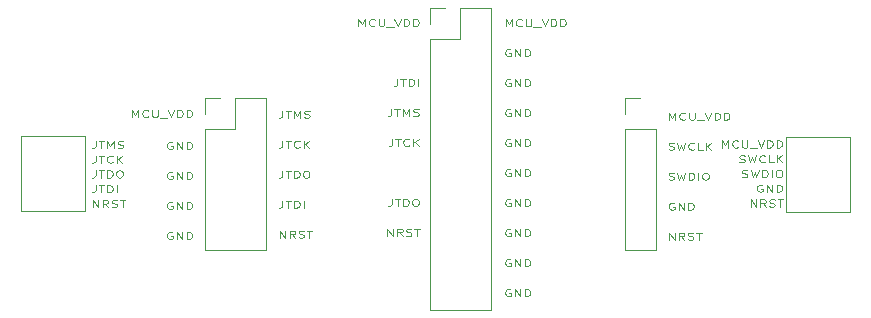
<source format=gto>
G04 Layer: TopSilkscreenLayer*
G04 EasyEDA Pro v2.2.27.1, 2024-09-15 10:59:50*
G04 Gerber Generator version 0.3*
G04 Scale: 100 percent, Rotated: No, Reflected: No*
G04 Dimensions in millimeters*
G04 Leading zeros omitted, absolute positions, 3 integers and 5 decimals*
%TF.GenerationSoftware,KiCad,Pcbnew,9.0.0*%
%TF.CreationDate,2025-03-31T22:32:49+08:00*%
%TF.ProjectId,stlink_ex,73746c69-6e6b-45f6-9578-2e6b69636164,rev?*%
%TF.SameCoordinates,Original*%
%TF.FileFunction,Legend,Top*%
%TF.FilePolarity,Positive*%
%FSLAX46Y46*%
G04 Gerber Fmt 4.6, Leading zero omitted, Abs format (unit mm)*
G04 Created by KiCad (PCBNEW 9.0.0) date 2025-03-31 22:32:49*
%MOMM*%
%LPD*%
G01*
G04 APERTURE LIST*
%ADD10C,0.100000*%
%ADD11C,0.120000*%
G04 APERTURE END LIST*
D10*
X112765312Y-112879942D02*
X112689122Y-112851371D01*
X112689122Y-112851371D02*
X112574836Y-112851371D01*
X112574836Y-112851371D02*
X112460550Y-112879942D01*
X112460550Y-112879942D02*
X112384360Y-112937085D01*
X112384360Y-112937085D02*
X112346265Y-112994228D01*
X112346265Y-112994228D02*
X112308169Y-113108514D01*
X112308169Y-113108514D02*
X112308169Y-113194228D01*
X112308169Y-113194228D02*
X112346265Y-113308514D01*
X112346265Y-113308514D02*
X112384360Y-113365657D01*
X112384360Y-113365657D02*
X112460550Y-113422800D01*
X112460550Y-113422800D02*
X112574836Y-113451371D01*
X112574836Y-113451371D02*
X112651027Y-113451371D01*
X112651027Y-113451371D02*
X112765312Y-113422800D01*
X112765312Y-113422800D02*
X112803408Y-113394228D01*
X112803408Y-113394228D02*
X112803408Y-113194228D01*
X112803408Y-113194228D02*
X112651027Y-113194228D01*
X113146265Y-113451371D02*
X113146265Y-112851371D01*
X113146265Y-112851371D02*
X113603408Y-113451371D01*
X113603408Y-113451371D02*
X113603408Y-112851371D01*
X113984360Y-113451371D02*
X113984360Y-112851371D01*
X113984360Y-112851371D02*
X114174836Y-112851371D01*
X114174836Y-112851371D02*
X114289122Y-112879942D01*
X114289122Y-112879942D02*
X114365312Y-112937085D01*
X114365312Y-112937085D02*
X114403407Y-112994228D01*
X114403407Y-112994228D02*
X114441503Y-113108514D01*
X114441503Y-113108514D02*
X114441503Y-113194228D01*
X114441503Y-113194228D02*
X114403407Y-113308514D01*
X114403407Y-113308514D02*
X114365312Y-113365657D01*
X114365312Y-113365657D02*
X114289122Y-113422800D01*
X114289122Y-113422800D02*
X114174836Y-113451371D01*
X114174836Y-113451371D02*
X113984360Y-113451371D01*
X154788169Y-116032800D02*
X154902455Y-116061371D01*
X154902455Y-116061371D02*
X155092931Y-116061371D01*
X155092931Y-116061371D02*
X155169122Y-116032800D01*
X155169122Y-116032800D02*
X155207217Y-116004228D01*
X155207217Y-116004228D02*
X155245312Y-115947085D01*
X155245312Y-115947085D02*
X155245312Y-115889942D01*
X155245312Y-115889942D02*
X155207217Y-115832800D01*
X155207217Y-115832800D02*
X155169122Y-115804228D01*
X155169122Y-115804228D02*
X155092931Y-115775657D01*
X155092931Y-115775657D02*
X154940550Y-115747085D01*
X154940550Y-115747085D02*
X154864360Y-115718514D01*
X154864360Y-115718514D02*
X154826265Y-115689942D01*
X154826265Y-115689942D02*
X154788169Y-115632800D01*
X154788169Y-115632800D02*
X154788169Y-115575657D01*
X154788169Y-115575657D02*
X154826265Y-115518514D01*
X154826265Y-115518514D02*
X154864360Y-115489942D01*
X154864360Y-115489942D02*
X154940550Y-115461371D01*
X154940550Y-115461371D02*
X155131027Y-115461371D01*
X155131027Y-115461371D02*
X155245312Y-115489942D01*
X155511979Y-115461371D02*
X155702455Y-116061371D01*
X155702455Y-116061371D02*
X155854836Y-115632800D01*
X155854836Y-115632800D02*
X156007217Y-116061371D01*
X156007217Y-116061371D02*
X156197694Y-115461371D01*
X156502456Y-116061371D02*
X156502456Y-115461371D01*
X156502456Y-115461371D02*
X156692932Y-115461371D01*
X156692932Y-115461371D02*
X156807218Y-115489942D01*
X156807218Y-115489942D02*
X156883408Y-115547085D01*
X156883408Y-115547085D02*
X156921503Y-115604228D01*
X156921503Y-115604228D02*
X156959599Y-115718514D01*
X156959599Y-115718514D02*
X156959599Y-115804228D01*
X156959599Y-115804228D02*
X156921503Y-115918514D01*
X156921503Y-115918514D02*
X156883408Y-115975657D01*
X156883408Y-115975657D02*
X156807218Y-116032800D01*
X156807218Y-116032800D02*
X156692932Y-116061371D01*
X156692932Y-116061371D02*
X156502456Y-116061371D01*
X157302456Y-116061371D02*
X157302456Y-115461371D01*
X157835789Y-115461371D02*
X157988170Y-115461371D01*
X157988170Y-115461371D02*
X158064360Y-115489942D01*
X158064360Y-115489942D02*
X158140551Y-115547085D01*
X158140551Y-115547085D02*
X158178646Y-115661371D01*
X158178646Y-115661371D02*
X158178646Y-115861371D01*
X158178646Y-115861371D02*
X158140551Y-115975657D01*
X158140551Y-115975657D02*
X158064360Y-116032800D01*
X158064360Y-116032800D02*
X157988170Y-116061371D01*
X157988170Y-116061371D02*
X157835789Y-116061371D01*
X157835789Y-116061371D02*
X157759598Y-116032800D01*
X157759598Y-116032800D02*
X157683408Y-115975657D01*
X157683408Y-115975657D02*
X157645312Y-115861371D01*
X157645312Y-115861371D02*
X157645312Y-115661371D01*
X157645312Y-115661371D02*
X157683408Y-115547085D01*
X157683408Y-115547085D02*
X157759598Y-115489942D01*
X157759598Y-115489942D02*
X157835789Y-115461371D01*
X154826265Y-121141371D02*
X154826265Y-120541371D01*
X154826265Y-120541371D02*
X155283408Y-121141371D01*
X155283408Y-121141371D02*
X155283408Y-120541371D01*
X156121503Y-121141371D02*
X155854836Y-120855657D01*
X155664360Y-121141371D02*
X155664360Y-120541371D01*
X155664360Y-120541371D02*
X155969122Y-120541371D01*
X155969122Y-120541371D02*
X156045312Y-120569942D01*
X156045312Y-120569942D02*
X156083407Y-120598514D01*
X156083407Y-120598514D02*
X156121503Y-120655657D01*
X156121503Y-120655657D02*
X156121503Y-120741371D01*
X156121503Y-120741371D02*
X156083407Y-120798514D01*
X156083407Y-120798514D02*
X156045312Y-120827085D01*
X156045312Y-120827085D02*
X155969122Y-120855657D01*
X155969122Y-120855657D02*
X155664360Y-120855657D01*
X156426264Y-121112800D02*
X156540550Y-121141371D01*
X156540550Y-121141371D02*
X156731026Y-121141371D01*
X156731026Y-121141371D02*
X156807217Y-121112800D01*
X156807217Y-121112800D02*
X156845312Y-121084228D01*
X156845312Y-121084228D02*
X156883407Y-121027085D01*
X156883407Y-121027085D02*
X156883407Y-120969942D01*
X156883407Y-120969942D02*
X156845312Y-120912800D01*
X156845312Y-120912800D02*
X156807217Y-120884228D01*
X156807217Y-120884228D02*
X156731026Y-120855657D01*
X156731026Y-120855657D02*
X156578645Y-120827085D01*
X156578645Y-120827085D02*
X156502455Y-120798514D01*
X156502455Y-120798514D02*
X156464360Y-120769942D01*
X156464360Y-120769942D02*
X156426264Y-120712800D01*
X156426264Y-120712800D02*
X156426264Y-120655657D01*
X156426264Y-120655657D02*
X156464360Y-120598514D01*
X156464360Y-120598514D02*
X156502455Y-120569942D01*
X156502455Y-120569942D02*
X156578645Y-120541371D01*
X156578645Y-120541371D02*
X156769122Y-120541371D01*
X156769122Y-120541371D02*
X156883407Y-120569942D01*
X157111979Y-120541371D02*
X157569122Y-120541371D01*
X157340550Y-121141371D02*
X157340550Y-120541371D01*
X155245312Y-118029942D02*
X155169122Y-118001371D01*
X155169122Y-118001371D02*
X155054836Y-118001371D01*
X155054836Y-118001371D02*
X154940550Y-118029942D01*
X154940550Y-118029942D02*
X154864360Y-118087085D01*
X154864360Y-118087085D02*
X154826265Y-118144228D01*
X154826265Y-118144228D02*
X154788169Y-118258514D01*
X154788169Y-118258514D02*
X154788169Y-118344228D01*
X154788169Y-118344228D02*
X154826265Y-118458514D01*
X154826265Y-118458514D02*
X154864360Y-118515657D01*
X154864360Y-118515657D02*
X154940550Y-118572800D01*
X154940550Y-118572800D02*
X155054836Y-118601371D01*
X155054836Y-118601371D02*
X155131027Y-118601371D01*
X155131027Y-118601371D02*
X155245312Y-118572800D01*
X155245312Y-118572800D02*
X155283408Y-118544228D01*
X155283408Y-118544228D02*
X155283408Y-118344228D01*
X155283408Y-118344228D02*
X155131027Y-118344228D01*
X155626265Y-118601371D02*
X155626265Y-118001371D01*
X155626265Y-118001371D02*
X156083408Y-118601371D01*
X156083408Y-118601371D02*
X156083408Y-118001371D01*
X156464360Y-118601371D02*
X156464360Y-118001371D01*
X156464360Y-118001371D02*
X156654836Y-118001371D01*
X156654836Y-118001371D02*
X156769122Y-118029942D01*
X156769122Y-118029942D02*
X156845312Y-118087085D01*
X156845312Y-118087085D02*
X156883407Y-118144228D01*
X156883407Y-118144228D02*
X156921503Y-118258514D01*
X156921503Y-118258514D02*
X156921503Y-118344228D01*
X156921503Y-118344228D02*
X156883407Y-118458514D01*
X156883407Y-118458514D02*
X156845312Y-118515657D01*
X156845312Y-118515657D02*
X156769122Y-118572800D01*
X156769122Y-118572800D02*
X156654836Y-118601371D01*
X156654836Y-118601371D02*
X156464360Y-118601371D01*
X154826265Y-110981371D02*
X154826265Y-110381371D01*
X154826265Y-110381371D02*
X155092931Y-110809942D01*
X155092931Y-110809942D02*
X155359598Y-110381371D01*
X155359598Y-110381371D02*
X155359598Y-110981371D01*
X156197694Y-110924228D02*
X156159598Y-110952800D01*
X156159598Y-110952800D02*
X156045313Y-110981371D01*
X156045313Y-110981371D02*
X155969122Y-110981371D01*
X155969122Y-110981371D02*
X155854836Y-110952800D01*
X155854836Y-110952800D02*
X155778646Y-110895657D01*
X155778646Y-110895657D02*
X155740551Y-110838514D01*
X155740551Y-110838514D02*
X155702455Y-110724228D01*
X155702455Y-110724228D02*
X155702455Y-110638514D01*
X155702455Y-110638514D02*
X155740551Y-110524228D01*
X155740551Y-110524228D02*
X155778646Y-110467085D01*
X155778646Y-110467085D02*
X155854836Y-110409942D01*
X155854836Y-110409942D02*
X155969122Y-110381371D01*
X155969122Y-110381371D02*
X156045313Y-110381371D01*
X156045313Y-110381371D02*
X156159598Y-110409942D01*
X156159598Y-110409942D02*
X156197694Y-110438514D01*
X156540551Y-110381371D02*
X156540551Y-110867085D01*
X156540551Y-110867085D02*
X156578646Y-110924228D01*
X156578646Y-110924228D02*
X156616741Y-110952800D01*
X156616741Y-110952800D02*
X156692932Y-110981371D01*
X156692932Y-110981371D02*
X156845313Y-110981371D01*
X156845313Y-110981371D02*
X156921503Y-110952800D01*
X156921503Y-110952800D02*
X156959598Y-110924228D01*
X156959598Y-110924228D02*
X156997694Y-110867085D01*
X156997694Y-110867085D02*
X156997694Y-110381371D01*
X157188170Y-111038514D02*
X157797693Y-111038514D01*
X157873884Y-110381371D02*
X158140551Y-110981371D01*
X158140551Y-110981371D02*
X158407217Y-110381371D01*
X158673884Y-110981371D02*
X158673884Y-110381371D01*
X158673884Y-110381371D02*
X158864360Y-110381371D01*
X158864360Y-110381371D02*
X158978646Y-110409942D01*
X158978646Y-110409942D02*
X159054836Y-110467085D01*
X159054836Y-110467085D02*
X159092931Y-110524228D01*
X159092931Y-110524228D02*
X159131027Y-110638514D01*
X159131027Y-110638514D02*
X159131027Y-110724228D01*
X159131027Y-110724228D02*
X159092931Y-110838514D01*
X159092931Y-110838514D02*
X159054836Y-110895657D01*
X159054836Y-110895657D02*
X158978646Y-110952800D01*
X158978646Y-110952800D02*
X158864360Y-110981371D01*
X158864360Y-110981371D02*
X158673884Y-110981371D01*
X159473884Y-110981371D02*
X159473884Y-110381371D01*
X159473884Y-110381371D02*
X159664360Y-110381371D01*
X159664360Y-110381371D02*
X159778646Y-110409942D01*
X159778646Y-110409942D02*
X159854836Y-110467085D01*
X159854836Y-110467085D02*
X159892931Y-110524228D01*
X159892931Y-110524228D02*
X159931027Y-110638514D01*
X159931027Y-110638514D02*
X159931027Y-110724228D01*
X159931027Y-110724228D02*
X159892931Y-110838514D01*
X159892931Y-110838514D02*
X159854836Y-110895657D01*
X159854836Y-110895657D02*
X159778646Y-110952800D01*
X159778646Y-110952800D02*
X159664360Y-110981371D01*
X159664360Y-110981371D02*
X159473884Y-110981371D01*
X154788169Y-113492800D02*
X154902455Y-113521371D01*
X154902455Y-113521371D02*
X155092931Y-113521371D01*
X155092931Y-113521371D02*
X155169122Y-113492800D01*
X155169122Y-113492800D02*
X155207217Y-113464228D01*
X155207217Y-113464228D02*
X155245312Y-113407085D01*
X155245312Y-113407085D02*
X155245312Y-113349942D01*
X155245312Y-113349942D02*
X155207217Y-113292800D01*
X155207217Y-113292800D02*
X155169122Y-113264228D01*
X155169122Y-113264228D02*
X155092931Y-113235657D01*
X155092931Y-113235657D02*
X154940550Y-113207085D01*
X154940550Y-113207085D02*
X154864360Y-113178514D01*
X154864360Y-113178514D02*
X154826265Y-113149942D01*
X154826265Y-113149942D02*
X154788169Y-113092800D01*
X154788169Y-113092800D02*
X154788169Y-113035657D01*
X154788169Y-113035657D02*
X154826265Y-112978514D01*
X154826265Y-112978514D02*
X154864360Y-112949942D01*
X154864360Y-112949942D02*
X154940550Y-112921371D01*
X154940550Y-112921371D02*
X155131027Y-112921371D01*
X155131027Y-112921371D02*
X155245312Y-112949942D01*
X155511979Y-112921371D02*
X155702455Y-113521371D01*
X155702455Y-113521371D02*
X155854836Y-113092800D01*
X155854836Y-113092800D02*
X156007217Y-113521371D01*
X156007217Y-113521371D02*
X156197694Y-112921371D01*
X156959599Y-113464228D02*
X156921503Y-113492800D01*
X156921503Y-113492800D02*
X156807218Y-113521371D01*
X156807218Y-113521371D02*
X156731027Y-113521371D01*
X156731027Y-113521371D02*
X156616741Y-113492800D01*
X156616741Y-113492800D02*
X156540551Y-113435657D01*
X156540551Y-113435657D02*
X156502456Y-113378514D01*
X156502456Y-113378514D02*
X156464360Y-113264228D01*
X156464360Y-113264228D02*
X156464360Y-113178514D01*
X156464360Y-113178514D02*
X156502456Y-113064228D01*
X156502456Y-113064228D02*
X156540551Y-113007085D01*
X156540551Y-113007085D02*
X156616741Y-112949942D01*
X156616741Y-112949942D02*
X156731027Y-112921371D01*
X156731027Y-112921371D02*
X156807218Y-112921371D01*
X156807218Y-112921371D02*
X156921503Y-112949942D01*
X156921503Y-112949942D02*
X156959599Y-112978514D01*
X157683408Y-113521371D02*
X157302456Y-113521371D01*
X157302456Y-113521371D02*
X157302456Y-112921371D01*
X157950075Y-113521371D02*
X157950075Y-112921371D01*
X158407218Y-113521371D02*
X158064360Y-113178514D01*
X158407218Y-112921371D02*
X157950075Y-113264228D01*
X122084836Y-115291371D02*
X122084836Y-115719942D01*
X122084836Y-115719942D02*
X122046741Y-115805657D01*
X122046741Y-115805657D02*
X121970550Y-115862800D01*
X121970550Y-115862800D02*
X121856265Y-115891371D01*
X121856265Y-115891371D02*
X121780074Y-115891371D01*
X122351503Y-115291371D02*
X122808646Y-115291371D01*
X122580074Y-115891371D02*
X122580074Y-115291371D01*
X123075313Y-115891371D02*
X123075313Y-115291371D01*
X123075313Y-115291371D02*
X123265789Y-115291371D01*
X123265789Y-115291371D02*
X123380075Y-115319942D01*
X123380075Y-115319942D02*
X123456265Y-115377085D01*
X123456265Y-115377085D02*
X123494360Y-115434228D01*
X123494360Y-115434228D02*
X123532456Y-115548514D01*
X123532456Y-115548514D02*
X123532456Y-115634228D01*
X123532456Y-115634228D02*
X123494360Y-115748514D01*
X123494360Y-115748514D02*
X123456265Y-115805657D01*
X123456265Y-115805657D02*
X123380075Y-115862800D01*
X123380075Y-115862800D02*
X123265789Y-115891371D01*
X123265789Y-115891371D02*
X123075313Y-115891371D01*
X124027694Y-115291371D02*
X124180075Y-115291371D01*
X124180075Y-115291371D02*
X124256265Y-115319942D01*
X124256265Y-115319942D02*
X124332456Y-115377085D01*
X124332456Y-115377085D02*
X124370551Y-115491371D01*
X124370551Y-115491371D02*
X124370551Y-115691371D01*
X124370551Y-115691371D02*
X124332456Y-115805657D01*
X124332456Y-115805657D02*
X124256265Y-115862800D01*
X124256265Y-115862800D02*
X124180075Y-115891371D01*
X124180075Y-115891371D02*
X124027694Y-115891371D01*
X124027694Y-115891371D02*
X123951503Y-115862800D01*
X123951503Y-115862800D02*
X123875313Y-115805657D01*
X123875313Y-115805657D02*
X123837217Y-115691371D01*
X123837217Y-115691371D02*
X123837217Y-115491371D01*
X123837217Y-115491371D02*
X123875313Y-115377085D01*
X123875313Y-115377085D02*
X123951503Y-115319942D01*
X123951503Y-115319942D02*
X124027694Y-115291371D01*
X121856265Y-120971371D02*
X121856265Y-120371371D01*
X121856265Y-120371371D02*
X122313408Y-120971371D01*
X122313408Y-120971371D02*
X122313408Y-120371371D01*
X123151503Y-120971371D02*
X122884836Y-120685657D01*
X122694360Y-120971371D02*
X122694360Y-120371371D01*
X122694360Y-120371371D02*
X122999122Y-120371371D01*
X122999122Y-120371371D02*
X123075312Y-120399942D01*
X123075312Y-120399942D02*
X123113407Y-120428514D01*
X123113407Y-120428514D02*
X123151503Y-120485657D01*
X123151503Y-120485657D02*
X123151503Y-120571371D01*
X123151503Y-120571371D02*
X123113407Y-120628514D01*
X123113407Y-120628514D02*
X123075312Y-120657085D01*
X123075312Y-120657085D02*
X122999122Y-120685657D01*
X122999122Y-120685657D02*
X122694360Y-120685657D01*
X123456264Y-120942800D02*
X123570550Y-120971371D01*
X123570550Y-120971371D02*
X123761026Y-120971371D01*
X123761026Y-120971371D02*
X123837217Y-120942800D01*
X123837217Y-120942800D02*
X123875312Y-120914228D01*
X123875312Y-120914228D02*
X123913407Y-120857085D01*
X123913407Y-120857085D02*
X123913407Y-120799942D01*
X123913407Y-120799942D02*
X123875312Y-120742800D01*
X123875312Y-120742800D02*
X123837217Y-120714228D01*
X123837217Y-120714228D02*
X123761026Y-120685657D01*
X123761026Y-120685657D02*
X123608645Y-120657085D01*
X123608645Y-120657085D02*
X123532455Y-120628514D01*
X123532455Y-120628514D02*
X123494360Y-120599942D01*
X123494360Y-120599942D02*
X123456264Y-120542800D01*
X123456264Y-120542800D02*
X123456264Y-120485657D01*
X123456264Y-120485657D02*
X123494360Y-120428514D01*
X123494360Y-120428514D02*
X123532455Y-120399942D01*
X123532455Y-120399942D02*
X123608645Y-120371371D01*
X123608645Y-120371371D02*
X123799122Y-120371371D01*
X123799122Y-120371371D02*
X123913407Y-120399942D01*
X124141979Y-120371371D02*
X124599122Y-120371371D01*
X124370550Y-120971371D02*
X124370550Y-120371371D01*
X122084836Y-117831371D02*
X122084836Y-118259942D01*
X122084836Y-118259942D02*
X122046741Y-118345657D01*
X122046741Y-118345657D02*
X121970550Y-118402800D01*
X121970550Y-118402800D02*
X121856265Y-118431371D01*
X121856265Y-118431371D02*
X121780074Y-118431371D01*
X122351503Y-117831371D02*
X122808646Y-117831371D01*
X122580074Y-118431371D02*
X122580074Y-117831371D01*
X123075313Y-118431371D02*
X123075313Y-117831371D01*
X123075313Y-117831371D02*
X123265789Y-117831371D01*
X123265789Y-117831371D02*
X123380075Y-117859942D01*
X123380075Y-117859942D02*
X123456265Y-117917085D01*
X123456265Y-117917085D02*
X123494360Y-117974228D01*
X123494360Y-117974228D02*
X123532456Y-118088514D01*
X123532456Y-118088514D02*
X123532456Y-118174228D01*
X123532456Y-118174228D02*
X123494360Y-118288514D01*
X123494360Y-118288514D02*
X123456265Y-118345657D01*
X123456265Y-118345657D02*
X123380075Y-118402800D01*
X123380075Y-118402800D02*
X123265789Y-118431371D01*
X123265789Y-118431371D02*
X123075313Y-118431371D01*
X123875313Y-118431371D02*
X123875313Y-117831371D01*
X122084836Y-110211371D02*
X122084836Y-110639942D01*
X122084836Y-110639942D02*
X122046741Y-110725657D01*
X122046741Y-110725657D02*
X121970550Y-110782800D01*
X121970550Y-110782800D02*
X121856265Y-110811371D01*
X121856265Y-110811371D02*
X121780074Y-110811371D01*
X122351503Y-110211371D02*
X122808646Y-110211371D01*
X122580074Y-110811371D02*
X122580074Y-110211371D01*
X123075313Y-110811371D02*
X123075313Y-110211371D01*
X123075313Y-110211371D02*
X123341979Y-110639942D01*
X123341979Y-110639942D02*
X123608646Y-110211371D01*
X123608646Y-110211371D02*
X123608646Y-110811371D01*
X123951503Y-110782800D02*
X124065789Y-110811371D01*
X124065789Y-110811371D02*
X124256265Y-110811371D01*
X124256265Y-110811371D02*
X124332456Y-110782800D01*
X124332456Y-110782800D02*
X124370551Y-110754228D01*
X124370551Y-110754228D02*
X124408646Y-110697085D01*
X124408646Y-110697085D02*
X124408646Y-110639942D01*
X124408646Y-110639942D02*
X124370551Y-110582800D01*
X124370551Y-110582800D02*
X124332456Y-110554228D01*
X124332456Y-110554228D02*
X124256265Y-110525657D01*
X124256265Y-110525657D02*
X124103884Y-110497085D01*
X124103884Y-110497085D02*
X124027694Y-110468514D01*
X124027694Y-110468514D02*
X123989599Y-110439942D01*
X123989599Y-110439942D02*
X123951503Y-110382800D01*
X123951503Y-110382800D02*
X123951503Y-110325657D01*
X123951503Y-110325657D02*
X123989599Y-110268514D01*
X123989599Y-110268514D02*
X124027694Y-110239942D01*
X124027694Y-110239942D02*
X124103884Y-110211371D01*
X124103884Y-110211371D02*
X124294361Y-110211371D01*
X124294361Y-110211371D02*
X124408646Y-110239942D01*
X122084836Y-112751371D02*
X122084836Y-113179942D01*
X122084836Y-113179942D02*
X122046741Y-113265657D01*
X122046741Y-113265657D02*
X121970550Y-113322800D01*
X121970550Y-113322800D02*
X121856265Y-113351371D01*
X121856265Y-113351371D02*
X121780074Y-113351371D01*
X122351503Y-112751371D02*
X122808646Y-112751371D01*
X122580074Y-113351371D02*
X122580074Y-112751371D01*
X123532456Y-113294228D02*
X123494360Y-113322800D01*
X123494360Y-113322800D02*
X123380075Y-113351371D01*
X123380075Y-113351371D02*
X123303884Y-113351371D01*
X123303884Y-113351371D02*
X123189598Y-113322800D01*
X123189598Y-113322800D02*
X123113408Y-113265657D01*
X123113408Y-113265657D02*
X123075313Y-113208514D01*
X123075313Y-113208514D02*
X123037217Y-113094228D01*
X123037217Y-113094228D02*
X123037217Y-113008514D01*
X123037217Y-113008514D02*
X123075313Y-112894228D01*
X123075313Y-112894228D02*
X123113408Y-112837085D01*
X123113408Y-112837085D02*
X123189598Y-112779942D01*
X123189598Y-112779942D02*
X123303884Y-112751371D01*
X123303884Y-112751371D02*
X123380075Y-112751371D01*
X123380075Y-112751371D02*
X123494360Y-112779942D01*
X123494360Y-112779942D02*
X123532456Y-112808514D01*
X123875313Y-113351371D02*
X123875313Y-112751371D01*
X124332456Y-113351371D02*
X123989598Y-113008514D01*
X124332456Y-112751371D02*
X123875313Y-113094228D01*
X112765312Y-120499942D02*
X112689122Y-120471371D01*
X112689122Y-120471371D02*
X112574836Y-120471371D01*
X112574836Y-120471371D02*
X112460550Y-120499942D01*
X112460550Y-120499942D02*
X112384360Y-120557085D01*
X112384360Y-120557085D02*
X112346265Y-120614228D01*
X112346265Y-120614228D02*
X112308169Y-120728514D01*
X112308169Y-120728514D02*
X112308169Y-120814228D01*
X112308169Y-120814228D02*
X112346265Y-120928514D01*
X112346265Y-120928514D02*
X112384360Y-120985657D01*
X112384360Y-120985657D02*
X112460550Y-121042800D01*
X112460550Y-121042800D02*
X112574836Y-121071371D01*
X112574836Y-121071371D02*
X112651027Y-121071371D01*
X112651027Y-121071371D02*
X112765312Y-121042800D01*
X112765312Y-121042800D02*
X112803408Y-121014228D01*
X112803408Y-121014228D02*
X112803408Y-120814228D01*
X112803408Y-120814228D02*
X112651027Y-120814228D01*
X113146265Y-121071371D02*
X113146265Y-120471371D01*
X113146265Y-120471371D02*
X113603408Y-121071371D01*
X113603408Y-121071371D02*
X113603408Y-120471371D01*
X113984360Y-121071371D02*
X113984360Y-120471371D01*
X113984360Y-120471371D02*
X114174836Y-120471371D01*
X114174836Y-120471371D02*
X114289122Y-120499942D01*
X114289122Y-120499942D02*
X114365312Y-120557085D01*
X114365312Y-120557085D02*
X114403407Y-120614228D01*
X114403407Y-120614228D02*
X114441503Y-120728514D01*
X114441503Y-120728514D02*
X114441503Y-120814228D01*
X114441503Y-120814228D02*
X114403407Y-120928514D01*
X114403407Y-120928514D02*
X114365312Y-120985657D01*
X114365312Y-120985657D02*
X114289122Y-121042800D01*
X114289122Y-121042800D02*
X114174836Y-121071371D01*
X114174836Y-121071371D02*
X113984360Y-121071371D01*
X112765312Y-115419942D02*
X112689122Y-115391371D01*
X112689122Y-115391371D02*
X112574836Y-115391371D01*
X112574836Y-115391371D02*
X112460550Y-115419942D01*
X112460550Y-115419942D02*
X112384360Y-115477085D01*
X112384360Y-115477085D02*
X112346265Y-115534228D01*
X112346265Y-115534228D02*
X112308169Y-115648514D01*
X112308169Y-115648514D02*
X112308169Y-115734228D01*
X112308169Y-115734228D02*
X112346265Y-115848514D01*
X112346265Y-115848514D02*
X112384360Y-115905657D01*
X112384360Y-115905657D02*
X112460550Y-115962800D01*
X112460550Y-115962800D02*
X112574836Y-115991371D01*
X112574836Y-115991371D02*
X112651027Y-115991371D01*
X112651027Y-115991371D02*
X112765312Y-115962800D01*
X112765312Y-115962800D02*
X112803408Y-115934228D01*
X112803408Y-115934228D02*
X112803408Y-115734228D01*
X112803408Y-115734228D02*
X112651027Y-115734228D01*
X113146265Y-115991371D02*
X113146265Y-115391371D01*
X113146265Y-115391371D02*
X113603408Y-115991371D01*
X113603408Y-115991371D02*
X113603408Y-115391371D01*
X113984360Y-115991371D02*
X113984360Y-115391371D01*
X113984360Y-115391371D02*
X114174836Y-115391371D01*
X114174836Y-115391371D02*
X114289122Y-115419942D01*
X114289122Y-115419942D02*
X114365312Y-115477085D01*
X114365312Y-115477085D02*
X114403407Y-115534228D01*
X114403407Y-115534228D02*
X114441503Y-115648514D01*
X114441503Y-115648514D02*
X114441503Y-115734228D01*
X114441503Y-115734228D02*
X114403407Y-115848514D01*
X114403407Y-115848514D02*
X114365312Y-115905657D01*
X114365312Y-115905657D02*
X114289122Y-115962800D01*
X114289122Y-115962800D02*
X114174836Y-115991371D01*
X114174836Y-115991371D02*
X113984360Y-115991371D01*
X109336741Y-110761371D02*
X109336741Y-110161371D01*
X109336741Y-110161371D02*
X109603407Y-110589942D01*
X109603407Y-110589942D02*
X109870074Y-110161371D01*
X109870074Y-110161371D02*
X109870074Y-110761371D01*
X110708170Y-110704228D02*
X110670074Y-110732800D01*
X110670074Y-110732800D02*
X110555789Y-110761371D01*
X110555789Y-110761371D02*
X110479598Y-110761371D01*
X110479598Y-110761371D02*
X110365312Y-110732800D01*
X110365312Y-110732800D02*
X110289122Y-110675657D01*
X110289122Y-110675657D02*
X110251027Y-110618514D01*
X110251027Y-110618514D02*
X110212931Y-110504228D01*
X110212931Y-110504228D02*
X110212931Y-110418514D01*
X110212931Y-110418514D02*
X110251027Y-110304228D01*
X110251027Y-110304228D02*
X110289122Y-110247085D01*
X110289122Y-110247085D02*
X110365312Y-110189942D01*
X110365312Y-110189942D02*
X110479598Y-110161371D01*
X110479598Y-110161371D02*
X110555789Y-110161371D01*
X110555789Y-110161371D02*
X110670074Y-110189942D01*
X110670074Y-110189942D02*
X110708170Y-110218514D01*
X111051027Y-110161371D02*
X111051027Y-110647085D01*
X111051027Y-110647085D02*
X111089122Y-110704228D01*
X111089122Y-110704228D02*
X111127217Y-110732800D01*
X111127217Y-110732800D02*
X111203408Y-110761371D01*
X111203408Y-110761371D02*
X111355789Y-110761371D01*
X111355789Y-110761371D02*
X111431979Y-110732800D01*
X111431979Y-110732800D02*
X111470074Y-110704228D01*
X111470074Y-110704228D02*
X111508170Y-110647085D01*
X111508170Y-110647085D02*
X111508170Y-110161371D01*
X111698646Y-110818514D02*
X112308169Y-110818514D01*
X112384360Y-110161371D02*
X112651027Y-110761371D01*
X112651027Y-110761371D02*
X112917693Y-110161371D01*
X113184360Y-110761371D02*
X113184360Y-110161371D01*
X113184360Y-110161371D02*
X113374836Y-110161371D01*
X113374836Y-110161371D02*
X113489122Y-110189942D01*
X113489122Y-110189942D02*
X113565312Y-110247085D01*
X113565312Y-110247085D02*
X113603407Y-110304228D01*
X113603407Y-110304228D02*
X113641503Y-110418514D01*
X113641503Y-110418514D02*
X113641503Y-110504228D01*
X113641503Y-110504228D02*
X113603407Y-110618514D01*
X113603407Y-110618514D02*
X113565312Y-110675657D01*
X113565312Y-110675657D02*
X113489122Y-110732800D01*
X113489122Y-110732800D02*
X113374836Y-110761371D01*
X113374836Y-110761371D02*
X113184360Y-110761371D01*
X113984360Y-110761371D02*
X113984360Y-110161371D01*
X113984360Y-110161371D02*
X114174836Y-110161371D01*
X114174836Y-110161371D02*
X114289122Y-110189942D01*
X114289122Y-110189942D02*
X114365312Y-110247085D01*
X114365312Y-110247085D02*
X114403407Y-110304228D01*
X114403407Y-110304228D02*
X114441503Y-110418514D01*
X114441503Y-110418514D02*
X114441503Y-110504228D01*
X114441503Y-110504228D02*
X114403407Y-110618514D01*
X114403407Y-110618514D02*
X114365312Y-110675657D01*
X114365312Y-110675657D02*
X114289122Y-110732800D01*
X114289122Y-110732800D02*
X114174836Y-110761371D01*
X114174836Y-110761371D02*
X113984360Y-110761371D01*
X112765312Y-117959942D02*
X112689122Y-117931371D01*
X112689122Y-117931371D02*
X112574836Y-117931371D01*
X112574836Y-117931371D02*
X112460550Y-117959942D01*
X112460550Y-117959942D02*
X112384360Y-118017085D01*
X112384360Y-118017085D02*
X112346265Y-118074228D01*
X112346265Y-118074228D02*
X112308169Y-118188514D01*
X112308169Y-118188514D02*
X112308169Y-118274228D01*
X112308169Y-118274228D02*
X112346265Y-118388514D01*
X112346265Y-118388514D02*
X112384360Y-118445657D01*
X112384360Y-118445657D02*
X112460550Y-118502800D01*
X112460550Y-118502800D02*
X112574836Y-118531371D01*
X112574836Y-118531371D02*
X112651027Y-118531371D01*
X112651027Y-118531371D02*
X112765312Y-118502800D01*
X112765312Y-118502800D02*
X112803408Y-118474228D01*
X112803408Y-118474228D02*
X112803408Y-118274228D01*
X112803408Y-118274228D02*
X112651027Y-118274228D01*
X113146265Y-118531371D02*
X113146265Y-117931371D01*
X113146265Y-117931371D02*
X113603408Y-118531371D01*
X113603408Y-118531371D02*
X113603408Y-117931371D01*
X113984360Y-118531371D02*
X113984360Y-117931371D01*
X113984360Y-117931371D02*
X114174836Y-117931371D01*
X114174836Y-117931371D02*
X114289122Y-117959942D01*
X114289122Y-117959942D02*
X114365312Y-118017085D01*
X114365312Y-118017085D02*
X114403407Y-118074228D01*
X114403407Y-118074228D02*
X114441503Y-118188514D01*
X114441503Y-118188514D02*
X114441503Y-118274228D01*
X114441503Y-118274228D02*
X114403407Y-118388514D01*
X114403407Y-118388514D02*
X114365312Y-118445657D01*
X114365312Y-118445657D02*
X114289122Y-118502800D01*
X114289122Y-118502800D02*
X114174836Y-118531371D01*
X114174836Y-118531371D02*
X113984360Y-118531371D01*
X141395312Y-112649942D02*
X141319122Y-112621371D01*
X141319122Y-112621371D02*
X141204836Y-112621371D01*
X141204836Y-112621371D02*
X141090550Y-112649942D01*
X141090550Y-112649942D02*
X141014360Y-112707085D01*
X141014360Y-112707085D02*
X140976265Y-112764228D01*
X140976265Y-112764228D02*
X140938169Y-112878514D01*
X140938169Y-112878514D02*
X140938169Y-112964228D01*
X140938169Y-112964228D02*
X140976265Y-113078514D01*
X140976265Y-113078514D02*
X141014360Y-113135657D01*
X141014360Y-113135657D02*
X141090550Y-113192800D01*
X141090550Y-113192800D02*
X141204836Y-113221371D01*
X141204836Y-113221371D02*
X141281027Y-113221371D01*
X141281027Y-113221371D02*
X141395312Y-113192800D01*
X141395312Y-113192800D02*
X141433408Y-113164228D01*
X141433408Y-113164228D02*
X141433408Y-112964228D01*
X141433408Y-112964228D02*
X141281027Y-112964228D01*
X141776265Y-113221371D02*
X141776265Y-112621371D01*
X141776265Y-112621371D02*
X142233408Y-113221371D01*
X142233408Y-113221371D02*
X142233408Y-112621371D01*
X142614360Y-113221371D02*
X142614360Y-112621371D01*
X142614360Y-112621371D02*
X142804836Y-112621371D01*
X142804836Y-112621371D02*
X142919122Y-112649942D01*
X142919122Y-112649942D02*
X142995312Y-112707085D01*
X142995312Y-112707085D02*
X143033407Y-112764228D01*
X143033407Y-112764228D02*
X143071503Y-112878514D01*
X143071503Y-112878514D02*
X143071503Y-112964228D01*
X143071503Y-112964228D02*
X143033407Y-113078514D01*
X143033407Y-113078514D02*
X142995312Y-113135657D01*
X142995312Y-113135657D02*
X142919122Y-113192800D01*
X142919122Y-113192800D02*
X142804836Y-113221371D01*
X142804836Y-113221371D02*
X142614360Y-113221371D01*
X141395312Y-107569942D02*
X141319122Y-107541371D01*
X141319122Y-107541371D02*
X141204836Y-107541371D01*
X141204836Y-107541371D02*
X141090550Y-107569942D01*
X141090550Y-107569942D02*
X141014360Y-107627085D01*
X141014360Y-107627085D02*
X140976265Y-107684228D01*
X140976265Y-107684228D02*
X140938169Y-107798514D01*
X140938169Y-107798514D02*
X140938169Y-107884228D01*
X140938169Y-107884228D02*
X140976265Y-107998514D01*
X140976265Y-107998514D02*
X141014360Y-108055657D01*
X141014360Y-108055657D02*
X141090550Y-108112800D01*
X141090550Y-108112800D02*
X141204836Y-108141371D01*
X141204836Y-108141371D02*
X141281027Y-108141371D01*
X141281027Y-108141371D02*
X141395312Y-108112800D01*
X141395312Y-108112800D02*
X141433408Y-108084228D01*
X141433408Y-108084228D02*
X141433408Y-107884228D01*
X141433408Y-107884228D02*
X141281027Y-107884228D01*
X141776265Y-108141371D02*
X141776265Y-107541371D01*
X141776265Y-107541371D02*
X142233408Y-108141371D01*
X142233408Y-108141371D02*
X142233408Y-107541371D01*
X142614360Y-108141371D02*
X142614360Y-107541371D01*
X142614360Y-107541371D02*
X142804836Y-107541371D01*
X142804836Y-107541371D02*
X142919122Y-107569942D01*
X142919122Y-107569942D02*
X142995312Y-107627085D01*
X142995312Y-107627085D02*
X143033407Y-107684228D01*
X143033407Y-107684228D02*
X143071503Y-107798514D01*
X143071503Y-107798514D02*
X143071503Y-107884228D01*
X143071503Y-107884228D02*
X143033407Y-107998514D01*
X143033407Y-107998514D02*
X142995312Y-108055657D01*
X142995312Y-108055657D02*
X142919122Y-108112800D01*
X142919122Y-108112800D02*
X142804836Y-108141371D01*
X142804836Y-108141371D02*
X142614360Y-108141371D01*
X141395312Y-115189942D02*
X141319122Y-115161371D01*
X141319122Y-115161371D02*
X141204836Y-115161371D01*
X141204836Y-115161371D02*
X141090550Y-115189942D01*
X141090550Y-115189942D02*
X141014360Y-115247085D01*
X141014360Y-115247085D02*
X140976265Y-115304228D01*
X140976265Y-115304228D02*
X140938169Y-115418514D01*
X140938169Y-115418514D02*
X140938169Y-115504228D01*
X140938169Y-115504228D02*
X140976265Y-115618514D01*
X140976265Y-115618514D02*
X141014360Y-115675657D01*
X141014360Y-115675657D02*
X141090550Y-115732800D01*
X141090550Y-115732800D02*
X141204836Y-115761371D01*
X141204836Y-115761371D02*
X141281027Y-115761371D01*
X141281027Y-115761371D02*
X141395312Y-115732800D01*
X141395312Y-115732800D02*
X141433408Y-115704228D01*
X141433408Y-115704228D02*
X141433408Y-115504228D01*
X141433408Y-115504228D02*
X141281027Y-115504228D01*
X141776265Y-115761371D02*
X141776265Y-115161371D01*
X141776265Y-115161371D02*
X142233408Y-115761371D01*
X142233408Y-115761371D02*
X142233408Y-115161371D01*
X142614360Y-115761371D02*
X142614360Y-115161371D01*
X142614360Y-115161371D02*
X142804836Y-115161371D01*
X142804836Y-115161371D02*
X142919122Y-115189942D01*
X142919122Y-115189942D02*
X142995312Y-115247085D01*
X142995312Y-115247085D02*
X143033407Y-115304228D01*
X143033407Y-115304228D02*
X143071503Y-115418514D01*
X143071503Y-115418514D02*
X143071503Y-115504228D01*
X143071503Y-115504228D02*
X143033407Y-115618514D01*
X143033407Y-115618514D02*
X142995312Y-115675657D01*
X142995312Y-115675657D02*
X142919122Y-115732800D01*
X142919122Y-115732800D02*
X142804836Y-115761371D01*
X142804836Y-115761371D02*
X142614360Y-115761371D01*
X141395312Y-117729942D02*
X141319122Y-117701371D01*
X141319122Y-117701371D02*
X141204836Y-117701371D01*
X141204836Y-117701371D02*
X141090550Y-117729942D01*
X141090550Y-117729942D02*
X141014360Y-117787085D01*
X141014360Y-117787085D02*
X140976265Y-117844228D01*
X140976265Y-117844228D02*
X140938169Y-117958514D01*
X140938169Y-117958514D02*
X140938169Y-118044228D01*
X140938169Y-118044228D02*
X140976265Y-118158514D01*
X140976265Y-118158514D02*
X141014360Y-118215657D01*
X141014360Y-118215657D02*
X141090550Y-118272800D01*
X141090550Y-118272800D02*
X141204836Y-118301371D01*
X141204836Y-118301371D02*
X141281027Y-118301371D01*
X141281027Y-118301371D02*
X141395312Y-118272800D01*
X141395312Y-118272800D02*
X141433408Y-118244228D01*
X141433408Y-118244228D02*
X141433408Y-118044228D01*
X141433408Y-118044228D02*
X141281027Y-118044228D01*
X141776265Y-118301371D02*
X141776265Y-117701371D01*
X141776265Y-117701371D02*
X142233408Y-118301371D01*
X142233408Y-118301371D02*
X142233408Y-117701371D01*
X142614360Y-118301371D02*
X142614360Y-117701371D01*
X142614360Y-117701371D02*
X142804836Y-117701371D01*
X142804836Y-117701371D02*
X142919122Y-117729942D01*
X142919122Y-117729942D02*
X142995312Y-117787085D01*
X142995312Y-117787085D02*
X143033407Y-117844228D01*
X143033407Y-117844228D02*
X143071503Y-117958514D01*
X143071503Y-117958514D02*
X143071503Y-118044228D01*
X143071503Y-118044228D02*
X143033407Y-118158514D01*
X143033407Y-118158514D02*
X142995312Y-118215657D01*
X142995312Y-118215657D02*
X142919122Y-118272800D01*
X142919122Y-118272800D02*
X142804836Y-118301371D01*
X142804836Y-118301371D02*
X142614360Y-118301371D01*
X141395312Y-120269942D02*
X141319122Y-120241371D01*
X141319122Y-120241371D02*
X141204836Y-120241371D01*
X141204836Y-120241371D02*
X141090550Y-120269942D01*
X141090550Y-120269942D02*
X141014360Y-120327085D01*
X141014360Y-120327085D02*
X140976265Y-120384228D01*
X140976265Y-120384228D02*
X140938169Y-120498514D01*
X140938169Y-120498514D02*
X140938169Y-120584228D01*
X140938169Y-120584228D02*
X140976265Y-120698514D01*
X140976265Y-120698514D02*
X141014360Y-120755657D01*
X141014360Y-120755657D02*
X141090550Y-120812800D01*
X141090550Y-120812800D02*
X141204836Y-120841371D01*
X141204836Y-120841371D02*
X141281027Y-120841371D01*
X141281027Y-120841371D02*
X141395312Y-120812800D01*
X141395312Y-120812800D02*
X141433408Y-120784228D01*
X141433408Y-120784228D02*
X141433408Y-120584228D01*
X141433408Y-120584228D02*
X141281027Y-120584228D01*
X141776265Y-120841371D02*
X141776265Y-120241371D01*
X141776265Y-120241371D02*
X142233408Y-120841371D01*
X142233408Y-120841371D02*
X142233408Y-120241371D01*
X142614360Y-120841371D02*
X142614360Y-120241371D01*
X142614360Y-120241371D02*
X142804836Y-120241371D01*
X142804836Y-120241371D02*
X142919122Y-120269942D01*
X142919122Y-120269942D02*
X142995312Y-120327085D01*
X142995312Y-120327085D02*
X143033407Y-120384228D01*
X143033407Y-120384228D02*
X143071503Y-120498514D01*
X143071503Y-120498514D02*
X143071503Y-120584228D01*
X143071503Y-120584228D02*
X143033407Y-120698514D01*
X143033407Y-120698514D02*
X142995312Y-120755657D01*
X142995312Y-120755657D02*
X142919122Y-120812800D01*
X142919122Y-120812800D02*
X142804836Y-120841371D01*
X142804836Y-120841371D02*
X142614360Y-120841371D01*
X140976265Y-103061371D02*
X140976265Y-102461371D01*
X140976265Y-102461371D02*
X141242931Y-102889942D01*
X141242931Y-102889942D02*
X141509598Y-102461371D01*
X141509598Y-102461371D02*
X141509598Y-103061371D01*
X142347694Y-103004228D02*
X142309598Y-103032800D01*
X142309598Y-103032800D02*
X142195313Y-103061371D01*
X142195313Y-103061371D02*
X142119122Y-103061371D01*
X142119122Y-103061371D02*
X142004836Y-103032800D01*
X142004836Y-103032800D02*
X141928646Y-102975657D01*
X141928646Y-102975657D02*
X141890551Y-102918514D01*
X141890551Y-102918514D02*
X141852455Y-102804228D01*
X141852455Y-102804228D02*
X141852455Y-102718514D01*
X141852455Y-102718514D02*
X141890551Y-102604228D01*
X141890551Y-102604228D02*
X141928646Y-102547085D01*
X141928646Y-102547085D02*
X142004836Y-102489942D01*
X142004836Y-102489942D02*
X142119122Y-102461371D01*
X142119122Y-102461371D02*
X142195313Y-102461371D01*
X142195313Y-102461371D02*
X142309598Y-102489942D01*
X142309598Y-102489942D02*
X142347694Y-102518514D01*
X142690551Y-102461371D02*
X142690551Y-102947085D01*
X142690551Y-102947085D02*
X142728646Y-103004228D01*
X142728646Y-103004228D02*
X142766741Y-103032800D01*
X142766741Y-103032800D02*
X142842932Y-103061371D01*
X142842932Y-103061371D02*
X142995313Y-103061371D01*
X142995313Y-103061371D02*
X143071503Y-103032800D01*
X143071503Y-103032800D02*
X143109598Y-103004228D01*
X143109598Y-103004228D02*
X143147694Y-102947085D01*
X143147694Y-102947085D02*
X143147694Y-102461371D01*
X143338170Y-103118514D02*
X143947693Y-103118514D01*
X144023884Y-102461371D02*
X144290551Y-103061371D01*
X144290551Y-103061371D02*
X144557217Y-102461371D01*
X144823884Y-103061371D02*
X144823884Y-102461371D01*
X144823884Y-102461371D02*
X145014360Y-102461371D01*
X145014360Y-102461371D02*
X145128646Y-102489942D01*
X145128646Y-102489942D02*
X145204836Y-102547085D01*
X145204836Y-102547085D02*
X145242931Y-102604228D01*
X145242931Y-102604228D02*
X145281027Y-102718514D01*
X145281027Y-102718514D02*
X145281027Y-102804228D01*
X145281027Y-102804228D02*
X145242931Y-102918514D01*
X145242931Y-102918514D02*
X145204836Y-102975657D01*
X145204836Y-102975657D02*
X145128646Y-103032800D01*
X145128646Y-103032800D02*
X145014360Y-103061371D01*
X145014360Y-103061371D02*
X144823884Y-103061371D01*
X145623884Y-103061371D02*
X145623884Y-102461371D01*
X145623884Y-102461371D02*
X145814360Y-102461371D01*
X145814360Y-102461371D02*
X145928646Y-102489942D01*
X145928646Y-102489942D02*
X146004836Y-102547085D01*
X146004836Y-102547085D02*
X146042931Y-102604228D01*
X146042931Y-102604228D02*
X146081027Y-102718514D01*
X146081027Y-102718514D02*
X146081027Y-102804228D01*
X146081027Y-102804228D02*
X146042931Y-102918514D01*
X146042931Y-102918514D02*
X146004836Y-102975657D01*
X146004836Y-102975657D02*
X145928646Y-103032800D01*
X145928646Y-103032800D02*
X145814360Y-103061371D01*
X145814360Y-103061371D02*
X145623884Y-103061371D01*
X141395312Y-125349942D02*
X141319122Y-125321371D01*
X141319122Y-125321371D02*
X141204836Y-125321371D01*
X141204836Y-125321371D02*
X141090550Y-125349942D01*
X141090550Y-125349942D02*
X141014360Y-125407085D01*
X141014360Y-125407085D02*
X140976265Y-125464228D01*
X140976265Y-125464228D02*
X140938169Y-125578514D01*
X140938169Y-125578514D02*
X140938169Y-125664228D01*
X140938169Y-125664228D02*
X140976265Y-125778514D01*
X140976265Y-125778514D02*
X141014360Y-125835657D01*
X141014360Y-125835657D02*
X141090550Y-125892800D01*
X141090550Y-125892800D02*
X141204836Y-125921371D01*
X141204836Y-125921371D02*
X141281027Y-125921371D01*
X141281027Y-125921371D02*
X141395312Y-125892800D01*
X141395312Y-125892800D02*
X141433408Y-125864228D01*
X141433408Y-125864228D02*
X141433408Y-125664228D01*
X141433408Y-125664228D02*
X141281027Y-125664228D01*
X141776265Y-125921371D02*
X141776265Y-125321371D01*
X141776265Y-125321371D02*
X142233408Y-125921371D01*
X142233408Y-125921371D02*
X142233408Y-125321371D01*
X142614360Y-125921371D02*
X142614360Y-125321371D01*
X142614360Y-125321371D02*
X142804836Y-125321371D01*
X142804836Y-125321371D02*
X142919122Y-125349942D01*
X142919122Y-125349942D02*
X142995312Y-125407085D01*
X142995312Y-125407085D02*
X143033407Y-125464228D01*
X143033407Y-125464228D02*
X143071503Y-125578514D01*
X143071503Y-125578514D02*
X143071503Y-125664228D01*
X143071503Y-125664228D02*
X143033407Y-125778514D01*
X143033407Y-125778514D02*
X142995312Y-125835657D01*
X142995312Y-125835657D02*
X142919122Y-125892800D01*
X142919122Y-125892800D02*
X142804836Y-125921371D01*
X142804836Y-125921371D02*
X142614360Y-125921371D01*
X141395312Y-105029942D02*
X141319122Y-105001371D01*
X141319122Y-105001371D02*
X141204836Y-105001371D01*
X141204836Y-105001371D02*
X141090550Y-105029942D01*
X141090550Y-105029942D02*
X141014360Y-105087085D01*
X141014360Y-105087085D02*
X140976265Y-105144228D01*
X140976265Y-105144228D02*
X140938169Y-105258514D01*
X140938169Y-105258514D02*
X140938169Y-105344228D01*
X140938169Y-105344228D02*
X140976265Y-105458514D01*
X140976265Y-105458514D02*
X141014360Y-105515657D01*
X141014360Y-105515657D02*
X141090550Y-105572800D01*
X141090550Y-105572800D02*
X141204836Y-105601371D01*
X141204836Y-105601371D02*
X141281027Y-105601371D01*
X141281027Y-105601371D02*
X141395312Y-105572800D01*
X141395312Y-105572800D02*
X141433408Y-105544228D01*
X141433408Y-105544228D02*
X141433408Y-105344228D01*
X141433408Y-105344228D02*
X141281027Y-105344228D01*
X141776265Y-105601371D02*
X141776265Y-105001371D01*
X141776265Y-105001371D02*
X142233408Y-105601371D01*
X142233408Y-105601371D02*
X142233408Y-105001371D01*
X142614360Y-105601371D02*
X142614360Y-105001371D01*
X142614360Y-105001371D02*
X142804836Y-105001371D01*
X142804836Y-105001371D02*
X142919122Y-105029942D01*
X142919122Y-105029942D02*
X142995312Y-105087085D01*
X142995312Y-105087085D02*
X143033407Y-105144228D01*
X143033407Y-105144228D02*
X143071503Y-105258514D01*
X143071503Y-105258514D02*
X143071503Y-105344228D01*
X143071503Y-105344228D02*
X143033407Y-105458514D01*
X143033407Y-105458514D02*
X142995312Y-105515657D01*
X142995312Y-105515657D02*
X142919122Y-105572800D01*
X142919122Y-105572800D02*
X142804836Y-105601371D01*
X142804836Y-105601371D02*
X142614360Y-105601371D01*
X141395312Y-110109942D02*
X141319122Y-110081371D01*
X141319122Y-110081371D02*
X141204836Y-110081371D01*
X141204836Y-110081371D02*
X141090550Y-110109942D01*
X141090550Y-110109942D02*
X141014360Y-110167085D01*
X141014360Y-110167085D02*
X140976265Y-110224228D01*
X140976265Y-110224228D02*
X140938169Y-110338514D01*
X140938169Y-110338514D02*
X140938169Y-110424228D01*
X140938169Y-110424228D02*
X140976265Y-110538514D01*
X140976265Y-110538514D02*
X141014360Y-110595657D01*
X141014360Y-110595657D02*
X141090550Y-110652800D01*
X141090550Y-110652800D02*
X141204836Y-110681371D01*
X141204836Y-110681371D02*
X141281027Y-110681371D01*
X141281027Y-110681371D02*
X141395312Y-110652800D01*
X141395312Y-110652800D02*
X141433408Y-110624228D01*
X141433408Y-110624228D02*
X141433408Y-110424228D01*
X141433408Y-110424228D02*
X141281027Y-110424228D01*
X141776265Y-110681371D02*
X141776265Y-110081371D01*
X141776265Y-110081371D02*
X142233408Y-110681371D01*
X142233408Y-110681371D02*
X142233408Y-110081371D01*
X142614360Y-110681371D02*
X142614360Y-110081371D01*
X142614360Y-110081371D02*
X142804836Y-110081371D01*
X142804836Y-110081371D02*
X142919122Y-110109942D01*
X142919122Y-110109942D02*
X142995312Y-110167085D01*
X142995312Y-110167085D02*
X143033407Y-110224228D01*
X143033407Y-110224228D02*
X143071503Y-110338514D01*
X143071503Y-110338514D02*
X143071503Y-110424228D01*
X143071503Y-110424228D02*
X143033407Y-110538514D01*
X143033407Y-110538514D02*
X142995312Y-110595657D01*
X142995312Y-110595657D02*
X142919122Y-110652800D01*
X142919122Y-110652800D02*
X142804836Y-110681371D01*
X142804836Y-110681371D02*
X142614360Y-110681371D01*
X141395312Y-122809942D02*
X141319122Y-122781371D01*
X141319122Y-122781371D02*
X141204836Y-122781371D01*
X141204836Y-122781371D02*
X141090550Y-122809942D01*
X141090550Y-122809942D02*
X141014360Y-122867085D01*
X141014360Y-122867085D02*
X140976265Y-122924228D01*
X140976265Y-122924228D02*
X140938169Y-123038514D01*
X140938169Y-123038514D02*
X140938169Y-123124228D01*
X140938169Y-123124228D02*
X140976265Y-123238514D01*
X140976265Y-123238514D02*
X141014360Y-123295657D01*
X141014360Y-123295657D02*
X141090550Y-123352800D01*
X141090550Y-123352800D02*
X141204836Y-123381371D01*
X141204836Y-123381371D02*
X141281027Y-123381371D01*
X141281027Y-123381371D02*
X141395312Y-123352800D01*
X141395312Y-123352800D02*
X141433408Y-123324228D01*
X141433408Y-123324228D02*
X141433408Y-123124228D01*
X141433408Y-123124228D02*
X141281027Y-123124228D01*
X141776265Y-123381371D02*
X141776265Y-122781371D01*
X141776265Y-122781371D02*
X142233408Y-123381371D01*
X142233408Y-123381371D02*
X142233408Y-122781371D01*
X142614360Y-123381371D02*
X142614360Y-122781371D01*
X142614360Y-122781371D02*
X142804836Y-122781371D01*
X142804836Y-122781371D02*
X142919122Y-122809942D01*
X142919122Y-122809942D02*
X142995312Y-122867085D01*
X142995312Y-122867085D02*
X143033407Y-122924228D01*
X143033407Y-122924228D02*
X143071503Y-123038514D01*
X143071503Y-123038514D02*
X143071503Y-123124228D01*
X143071503Y-123124228D02*
X143033407Y-123238514D01*
X143033407Y-123238514D02*
X142995312Y-123295657D01*
X142995312Y-123295657D02*
X142919122Y-123352800D01*
X142919122Y-123352800D02*
X142804836Y-123381371D01*
X142804836Y-123381371D02*
X142614360Y-123381371D01*
X131337217Y-117671371D02*
X131337217Y-118099942D01*
X131337217Y-118099942D02*
X131299122Y-118185657D01*
X131299122Y-118185657D02*
X131222931Y-118242800D01*
X131222931Y-118242800D02*
X131108646Y-118271371D01*
X131108646Y-118271371D02*
X131032455Y-118271371D01*
X131603884Y-117671371D02*
X132061027Y-117671371D01*
X131832455Y-118271371D02*
X131832455Y-117671371D01*
X132327694Y-118271371D02*
X132327694Y-117671371D01*
X132327694Y-117671371D02*
X132518170Y-117671371D01*
X132518170Y-117671371D02*
X132632456Y-117699942D01*
X132632456Y-117699942D02*
X132708646Y-117757085D01*
X132708646Y-117757085D02*
X132746741Y-117814228D01*
X132746741Y-117814228D02*
X132784837Y-117928514D01*
X132784837Y-117928514D02*
X132784837Y-118014228D01*
X132784837Y-118014228D02*
X132746741Y-118128514D01*
X132746741Y-118128514D02*
X132708646Y-118185657D01*
X132708646Y-118185657D02*
X132632456Y-118242800D01*
X132632456Y-118242800D02*
X132518170Y-118271371D01*
X132518170Y-118271371D02*
X132327694Y-118271371D01*
X133280075Y-117671371D02*
X133432456Y-117671371D01*
X133432456Y-117671371D02*
X133508646Y-117699942D01*
X133508646Y-117699942D02*
X133584837Y-117757085D01*
X133584837Y-117757085D02*
X133622932Y-117871371D01*
X133622932Y-117871371D02*
X133622932Y-118071371D01*
X133622932Y-118071371D02*
X133584837Y-118185657D01*
X133584837Y-118185657D02*
X133508646Y-118242800D01*
X133508646Y-118242800D02*
X133432456Y-118271371D01*
X133432456Y-118271371D02*
X133280075Y-118271371D01*
X133280075Y-118271371D02*
X133203884Y-118242800D01*
X133203884Y-118242800D02*
X133127694Y-118185657D01*
X133127694Y-118185657D02*
X133089598Y-118071371D01*
X133089598Y-118071371D02*
X133089598Y-117871371D01*
X133089598Y-117871371D02*
X133127694Y-117757085D01*
X133127694Y-117757085D02*
X133203884Y-117699942D01*
X133203884Y-117699942D02*
X133280075Y-117671371D01*
X131375312Y-112591371D02*
X131375312Y-113019942D01*
X131375312Y-113019942D02*
X131337217Y-113105657D01*
X131337217Y-113105657D02*
X131261026Y-113162800D01*
X131261026Y-113162800D02*
X131146741Y-113191371D01*
X131146741Y-113191371D02*
X131070550Y-113191371D01*
X131641979Y-112591371D02*
X132099122Y-112591371D01*
X131870550Y-113191371D02*
X131870550Y-112591371D01*
X132822932Y-113134228D02*
X132784836Y-113162800D01*
X132784836Y-113162800D02*
X132670551Y-113191371D01*
X132670551Y-113191371D02*
X132594360Y-113191371D01*
X132594360Y-113191371D02*
X132480074Y-113162800D01*
X132480074Y-113162800D02*
X132403884Y-113105657D01*
X132403884Y-113105657D02*
X132365789Y-113048514D01*
X132365789Y-113048514D02*
X132327693Y-112934228D01*
X132327693Y-112934228D02*
X132327693Y-112848514D01*
X132327693Y-112848514D02*
X132365789Y-112734228D01*
X132365789Y-112734228D02*
X132403884Y-112677085D01*
X132403884Y-112677085D02*
X132480074Y-112619942D01*
X132480074Y-112619942D02*
X132594360Y-112591371D01*
X132594360Y-112591371D02*
X132670551Y-112591371D01*
X132670551Y-112591371D02*
X132784836Y-112619942D01*
X132784836Y-112619942D02*
X132822932Y-112648514D01*
X133165789Y-113191371D02*
X133165789Y-112591371D01*
X133622932Y-113191371D02*
X133280074Y-112848514D01*
X133622932Y-112591371D02*
X133165789Y-112934228D01*
X131299121Y-110051371D02*
X131299121Y-110479942D01*
X131299121Y-110479942D02*
X131261026Y-110565657D01*
X131261026Y-110565657D02*
X131184835Y-110622800D01*
X131184835Y-110622800D02*
X131070550Y-110651371D01*
X131070550Y-110651371D02*
X130994359Y-110651371D01*
X131565788Y-110051371D02*
X132022931Y-110051371D01*
X131794359Y-110651371D02*
X131794359Y-110051371D01*
X132289598Y-110651371D02*
X132289598Y-110051371D01*
X132289598Y-110051371D02*
X132556264Y-110479942D01*
X132556264Y-110479942D02*
X132822931Y-110051371D01*
X132822931Y-110051371D02*
X132822931Y-110651371D01*
X133165788Y-110622800D02*
X133280074Y-110651371D01*
X133280074Y-110651371D02*
X133470550Y-110651371D01*
X133470550Y-110651371D02*
X133546741Y-110622800D01*
X133546741Y-110622800D02*
X133584836Y-110594228D01*
X133584836Y-110594228D02*
X133622931Y-110537085D01*
X133622931Y-110537085D02*
X133622931Y-110479942D01*
X133622931Y-110479942D02*
X133584836Y-110422800D01*
X133584836Y-110422800D02*
X133546741Y-110394228D01*
X133546741Y-110394228D02*
X133470550Y-110365657D01*
X133470550Y-110365657D02*
X133318169Y-110337085D01*
X133318169Y-110337085D02*
X133241979Y-110308514D01*
X133241979Y-110308514D02*
X133203884Y-110279942D01*
X133203884Y-110279942D02*
X133165788Y-110222800D01*
X133165788Y-110222800D02*
X133165788Y-110165657D01*
X133165788Y-110165657D02*
X133203884Y-110108514D01*
X133203884Y-110108514D02*
X133241979Y-110079942D01*
X133241979Y-110079942D02*
X133318169Y-110051371D01*
X133318169Y-110051371D02*
X133508646Y-110051371D01*
X133508646Y-110051371D02*
X133622931Y-110079942D01*
X131794360Y-107511371D02*
X131794360Y-107939942D01*
X131794360Y-107939942D02*
X131756265Y-108025657D01*
X131756265Y-108025657D02*
X131680074Y-108082800D01*
X131680074Y-108082800D02*
X131565789Y-108111371D01*
X131565789Y-108111371D02*
X131489598Y-108111371D01*
X132061027Y-107511371D02*
X132518170Y-107511371D01*
X132289598Y-108111371D02*
X132289598Y-107511371D01*
X132784837Y-108111371D02*
X132784837Y-107511371D01*
X132784837Y-107511371D02*
X132975313Y-107511371D01*
X132975313Y-107511371D02*
X133089599Y-107539942D01*
X133089599Y-107539942D02*
X133165789Y-107597085D01*
X133165789Y-107597085D02*
X133203884Y-107654228D01*
X133203884Y-107654228D02*
X133241980Y-107768514D01*
X133241980Y-107768514D02*
X133241980Y-107854228D01*
X133241980Y-107854228D02*
X133203884Y-107968514D01*
X133203884Y-107968514D02*
X133165789Y-108025657D01*
X133165789Y-108025657D02*
X133089599Y-108082800D01*
X133089599Y-108082800D02*
X132975313Y-108111371D01*
X132975313Y-108111371D02*
X132784837Y-108111371D01*
X133584837Y-108111371D02*
X133584837Y-107511371D01*
X128518170Y-103051371D02*
X128518170Y-102451371D01*
X128518170Y-102451371D02*
X128784836Y-102879942D01*
X128784836Y-102879942D02*
X129051503Y-102451371D01*
X129051503Y-102451371D02*
X129051503Y-103051371D01*
X129889599Y-102994228D02*
X129851503Y-103022800D01*
X129851503Y-103022800D02*
X129737218Y-103051371D01*
X129737218Y-103051371D02*
X129661027Y-103051371D01*
X129661027Y-103051371D02*
X129546741Y-103022800D01*
X129546741Y-103022800D02*
X129470551Y-102965657D01*
X129470551Y-102965657D02*
X129432456Y-102908514D01*
X129432456Y-102908514D02*
X129394360Y-102794228D01*
X129394360Y-102794228D02*
X129394360Y-102708514D01*
X129394360Y-102708514D02*
X129432456Y-102594228D01*
X129432456Y-102594228D02*
X129470551Y-102537085D01*
X129470551Y-102537085D02*
X129546741Y-102479942D01*
X129546741Y-102479942D02*
X129661027Y-102451371D01*
X129661027Y-102451371D02*
X129737218Y-102451371D01*
X129737218Y-102451371D02*
X129851503Y-102479942D01*
X129851503Y-102479942D02*
X129889599Y-102508514D01*
X130232456Y-102451371D02*
X130232456Y-102937085D01*
X130232456Y-102937085D02*
X130270551Y-102994228D01*
X130270551Y-102994228D02*
X130308646Y-103022800D01*
X130308646Y-103022800D02*
X130384837Y-103051371D01*
X130384837Y-103051371D02*
X130537218Y-103051371D01*
X130537218Y-103051371D02*
X130613408Y-103022800D01*
X130613408Y-103022800D02*
X130651503Y-102994228D01*
X130651503Y-102994228D02*
X130689599Y-102937085D01*
X130689599Y-102937085D02*
X130689599Y-102451371D01*
X130880075Y-103108514D02*
X131489598Y-103108514D01*
X131565789Y-102451371D02*
X131832456Y-103051371D01*
X131832456Y-103051371D02*
X132099122Y-102451371D01*
X132365789Y-103051371D02*
X132365789Y-102451371D01*
X132365789Y-102451371D02*
X132556265Y-102451371D01*
X132556265Y-102451371D02*
X132670551Y-102479942D01*
X132670551Y-102479942D02*
X132746741Y-102537085D01*
X132746741Y-102537085D02*
X132784836Y-102594228D01*
X132784836Y-102594228D02*
X132822932Y-102708514D01*
X132822932Y-102708514D02*
X132822932Y-102794228D01*
X132822932Y-102794228D02*
X132784836Y-102908514D01*
X132784836Y-102908514D02*
X132746741Y-102965657D01*
X132746741Y-102965657D02*
X132670551Y-103022800D01*
X132670551Y-103022800D02*
X132556265Y-103051371D01*
X132556265Y-103051371D02*
X132365789Y-103051371D01*
X133165789Y-103051371D02*
X133165789Y-102451371D01*
X133165789Y-102451371D02*
X133356265Y-102451371D01*
X133356265Y-102451371D02*
X133470551Y-102479942D01*
X133470551Y-102479942D02*
X133546741Y-102537085D01*
X133546741Y-102537085D02*
X133584836Y-102594228D01*
X133584836Y-102594228D02*
X133622932Y-102708514D01*
X133622932Y-102708514D02*
X133622932Y-102794228D01*
X133622932Y-102794228D02*
X133584836Y-102908514D01*
X133584836Y-102908514D02*
X133546741Y-102965657D01*
X133546741Y-102965657D02*
X133470551Y-103022800D01*
X133470551Y-103022800D02*
X133356265Y-103051371D01*
X133356265Y-103051371D02*
X133165789Y-103051371D01*
X160768169Y-114552800D02*
X160882455Y-114581371D01*
X160882455Y-114581371D02*
X161072931Y-114581371D01*
X161072931Y-114581371D02*
X161149122Y-114552800D01*
X161149122Y-114552800D02*
X161187217Y-114524228D01*
X161187217Y-114524228D02*
X161225312Y-114467085D01*
X161225312Y-114467085D02*
X161225312Y-114409942D01*
X161225312Y-114409942D02*
X161187217Y-114352800D01*
X161187217Y-114352800D02*
X161149122Y-114324228D01*
X161149122Y-114324228D02*
X161072931Y-114295657D01*
X161072931Y-114295657D02*
X160920550Y-114267085D01*
X160920550Y-114267085D02*
X160844360Y-114238514D01*
X160844360Y-114238514D02*
X160806265Y-114209942D01*
X160806265Y-114209942D02*
X160768169Y-114152800D01*
X160768169Y-114152800D02*
X160768169Y-114095657D01*
X160768169Y-114095657D02*
X160806265Y-114038514D01*
X160806265Y-114038514D02*
X160844360Y-114009942D01*
X160844360Y-114009942D02*
X160920550Y-113981371D01*
X160920550Y-113981371D02*
X161111027Y-113981371D01*
X161111027Y-113981371D02*
X161225312Y-114009942D01*
X161491979Y-113981371D02*
X161682455Y-114581371D01*
X161682455Y-114581371D02*
X161834836Y-114152800D01*
X161834836Y-114152800D02*
X161987217Y-114581371D01*
X161987217Y-114581371D02*
X162177694Y-113981371D01*
X162939599Y-114524228D02*
X162901503Y-114552800D01*
X162901503Y-114552800D02*
X162787218Y-114581371D01*
X162787218Y-114581371D02*
X162711027Y-114581371D01*
X162711027Y-114581371D02*
X162596741Y-114552800D01*
X162596741Y-114552800D02*
X162520551Y-114495657D01*
X162520551Y-114495657D02*
X162482456Y-114438514D01*
X162482456Y-114438514D02*
X162444360Y-114324228D01*
X162444360Y-114324228D02*
X162444360Y-114238514D01*
X162444360Y-114238514D02*
X162482456Y-114124228D01*
X162482456Y-114124228D02*
X162520551Y-114067085D01*
X162520551Y-114067085D02*
X162596741Y-114009942D01*
X162596741Y-114009942D02*
X162711027Y-113981371D01*
X162711027Y-113981371D02*
X162787218Y-113981371D01*
X162787218Y-113981371D02*
X162901503Y-114009942D01*
X162901503Y-114009942D02*
X162939599Y-114038514D01*
X163663408Y-114581371D02*
X163282456Y-114581371D01*
X163282456Y-114581371D02*
X163282456Y-113981371D01*
X163930075Y-114581371D02*
X163930075Y-113981371D01*
X164387218Y-114581371D02*
X164044360Y-114238514D01*
X164387218Y-113981371D02*
X163930075Y-114324228D01*
X162711027Y-116509942D02*
X162634837Y-116481371D01*
X162634837Y-116481371D02*
X162520551Y-116481371D01*
X162520551Y-116481371D02*
X162406265Y-116509942D01*
X162406265Y-116509942D02*
X162330075Y-116567085D01*
X162330075Y-116567085D02*
X162291980Y-116624228D01*
X162291980Y-116624228D02*
X162253884Y-116738514D01*
X162253884Y-116738514D02*
X162253884Y-116824228D01*
X162253884Y-116824228D02*
X162291980Y-116938514D01*
X162291980Y-116938514D02*
X162330075Y-116995657D01*
X162330075Y-116995657D02*
X162406265Y-117052800D01*
X162406265Y-117052800D02*
X162520551Y-117081371D01*
X162520551Y-117081371D02*
X162596742Y-117081371D01*
X162596742Y-117081371D02*
X162711027Y-117052800D01*
X162711027Y-117052800D02*
X162749123Y-117024228D01*
X162749123Y-117024228D02*
X162749123Y-116824228D01*
X162749123Y-116824228D02*
X162596742Y-116824228D01*
X163091980Y-117081371D02*
X163091980Y-116481371D01*
X163091980Y-116481371D02*
X163549123Y-117081371D01*
X163549123Y-117081371D02*
X163549123Y-116481371D01*
X163930075Y-117081371D02*
X163930075Y-116481371D01*
X163930075Y-116481371D02*
X164120551Y-116481371D01*
X164120551Y-116481371D02*
X164234837Y-116509942D01*
X164234837Y-116509942D02*
X164311027Y-116567085D01*
X164311027Y-116567085D02*
X164349122Y-116624228D01*
X164349122Y-116624228D02*
X164387218Y-116738514D01*
X164387218Y-116738514D02*
X164387218Y-116824228D01*
X164387218Y-116824228D02*
X164349122Y-116938514D01*
X164349122Y-116938514D02*
X164311027Y-116995657D01*
X164311027Y-116995657D02*
X164234837Y-117052800D01*
X164234837Y-117052800D02*
X164120551Y-117081371D01*
X164120551Y-117081371D02*
X163930075Y-117081371D01*
X160996741Y-115802800D02*
X161111027Y-115831371D01*
X161111027Y-115831371D02*
X161301503Y-115831371D01*
X161301503Y-115831371D02*
X161377694Y-115802800D01*
X161377694Y-115802800D02*
X161415789Y-115774228D01*
X161415789Y-115774228D02*
X161453884Y-115717085D01*
X161453884Y-115717085D02*
X161453884Y-115659942D01*
X161453884Y-115659942D02*
X161415789Y-115602800D01*
X161415789Y-115602800D02*
X161377694Y-115574228D01*
X161377694Y-115574228D02*
X161301503Y-115545657D01*
X161301503Y-115545657D02*
X161149122Y-115517085D01*
X161149122Y-115517085D02*
X161072932Y-115488514D01*
X161072932Y-115488514D02*
X161034837Y-115459942D01*
X161034837Y-115459942D02*
X160996741Y-115402800D01*
X160996741Y-115402800D02*
X160996741Y-115345657D01*
X160996741Y-115345657D02*
X161034837Y-115288514D01*
X161034837Y-115288514D02*
X161072932Y-115259942D01*
X161072932Y-115259942D02*
X161149122Y-115231371D01*
X161149122Y-115231371D02*
X161339599Y-115231371D01*
X161339599Y-115231371D02*
X161453884Y-115259942D01*
X161720551Y-115231371D02*
X161911027Y-115831371D01*
X161911027Y-115831371D02*
X162063408Y-115402800D01*
X162063408Y-115402800D02*
X162215789Y-115831371D01*
X162215789Y-115831371D02*
X162406266Y-115231371D01*
X162711028Y-115831371D02*
X162711028Y-115231371D01*
X162711028Y-115231371D02*
X162901504Y-115231371D01*
X162901504Y-115231371D02*
X163015790Y-115259942D01*
X163015790Y-115259942D02*
X163091980Y-115317085D01*
X163091980Y-115317085D02*
X163130075Y-115374228D01*
X163130075Y-115374228D02*
X163168171Y-115488514D01*
X163168171Y-115488514D02*
X163168171Y-115574228D01*
X163168171Y-115574228D02*
X163130075Y-115688514D01*
X163130075Y-115688514D02*
X163091980Y-115745657D01*
X163091980Y-115745657D02*
X163015790Y-115802800D01*
X163015790Y-115802800D02*
X162901504Y-115831371D01*
X162901504Y-115831371D02*
X162711028Y-115831371D01*
X163511028Y-115831371D02*
X163511028Y-115231371D01*
X164044361Y-115231371D02*
X164196742Y-115231371D01*
X164196742Y-115231371D02*
X164272932Y-115259942D01*
X164272932Y-115259942D02*
X164349123Y-115317085D01*
X164349123Y-115317085D02*
X164387218Y-115431371D01*
X164387218Y-115431371D02*
X164387218Y-115631371D01*
X164387218Y-115631371D02*
X164349123Y-115745657D01*
X164349123Y-115745657D02*
X164272932Y-115802800D01*
X164272932Y-115802800D02*
X164196742Y-115831371D01*
X164196742Y-115831371D02*
X164044361Y-115831371D01*
X164044361Y-115831371D02*
X163968170Y-115802800D01*
X163968170Y-115802800D02*
X163891980Y-115745657D01*
X163891980Y-115745657D02*
X163853884Y-115631371D01*
X163853884Y-115631371D02*
X163853884Y-115431371D01*
X163853884Y-115431371D02*
X163891980Y-115317085D01*
X163891980Y-115317085D02*
X163968170Y-115259942D01*
X163968170Y-115259942D02*
X164044361Y-115231371D01*
X161720551Y-118331371D02*
X161720551Y-117731371D01*
X161720551Y-117731371D02*
X162177694Y-118331371D01*
X162177694Y-118331371D02*
X162177694Y-117731371D01*
X163015789Y-118331371D02*
X162749122Y-118045657D01*
X162558646Y-118331371D02*
X162558646Y-117731371D01*
X162558646Y-117731371D02*
X162863408Y-117731371D01*
X162863408Y-117731371D02*
X162939598Y-117759942D01*
X162939598Y-117759942D02*
X162977693Y-117788514D01*
X162977693Y-117788514D02*
X163015789Y-117845657D01*
X163015789Y-117845657D02*
X163015789Y-117931371D01*
X163015789Y-117931371D02*
X162977693Y-117988514D01*
X162977693Y-117988514D02*
X162939598Y-118017085D01*
X162939598Y-118017085D02*
X162863408Y-118045657D01*
X162863408Y-118045657D02*
X162558646Y-118045657D01*
X163320550Y-118302800D02*
X163434836Y-118331371D01*
X163434836Y-118331371D02*
X163625312Y-118331371D01*
X163625312Y-118331371D02*
X163701503Y-118302800D01*
X163701503Y-118302800D02*
X163739598Y-118274228D01*
X163739598Y-118274228D02*
X163777693Y-118217085D01*
X163777693Y-118217085D02*
X163777693Y-118159942D01*
X163777693Y-118159942D02*
X163739598Y-118102800D01*
X163739598Y-118102800D02*
X163701503Y-118074228D01*
X163701503Y-118074228D02*
X163625312Y-118045657D01*
X163625312Y-118045657D02*
X163472931Y-118017085D01*
X163472931Y-118017085D02*
X163396741Y-117988514D01*
X163396741Y-117988514D02*
X163358646Y-117959942D01*
X163358646Y-117959942D02*
X163320550Y-117902800D01*
X163320550Y-117902800D02*
X163320550Y-117845657D01*
X163320550Y-117845657D02*
X163358646Y-117788514D01*
X163358646Y-117788514D02*
X163396741Y-117759942D01*
X163396741Y-117759942D02*
X163472931Y-117731371D01*
X163472931Y-117731371D02*
X163663408Y-117731371D01*
X163663408Y-117731371D02*
X163777693Y-117759942D01*
X164006265Y-117731371D02*
X164463408Y-117731371D01*
X164234836Y-118331371D02*
X164234836Y-117731371D01*
X159282456Y-113331371D02*
X159282456Y-112731371D01*
X159282456Y-112731371D02*
X159549122Y-113159942D01*
X159549122Y-113159942D02*
X159815789Y-112731371D01*
X159815789Y-112731371D02*
X159815789Y-113331371D01*
X160653885Y-113274228D02*
X160615789Y-113302800D01*
X160615789Y-113302800D02*
X160501504Y-113331371D01*
X160501504Y-113331371D02*
X160425313Y-113331371D01*
X160425313Y-113331371D02*
X160311027Y-113302800D01*
X160311027Y-113302800D02*
X160234837Y-113245657D01*
X160234837Y-113245657D02*
X160196742Y-113188514D01*
X160196742Y-113188514D02*
X160158646Y-113074228D01*
X160158646Y-113074228D02*
X160158646Y-112988514D01*
X160158646Y-112988514D02*
X160196742Y-112874228D01*
X160196742Y-112874228D02*
X160234837Y-112817085D01*
X160234837Y-112817085D02*
X160311027Y-112759942D01*
X160311027Y-112759942D02*
X160425313Y-112731371D01*
X160425313Y-112731371D02*
X160501504Y-112731371D01*
X160501504Y-112731371D02*
X160615789Y-112759942D01*
X160615789Y-112759942D02*
X160653885Y-112788514D01*
X160996742Y-112731371D02*
X160996742Y-113217085D01*
X160996742Y-113217085D02*
X161034837Y-113274228D01*
X161034837Y-113274228D02*
X161072932Y-113302800D01*
X161072932Y-113302800D02*
X161149123Y-113331371D01*
X161149123Y-113331371D02*
X161301504Y-113331371D01*
X161301504Y-113331371D02*
X161377694Y-113302800D01*
X161377694Y-113302800D02*
X161415789Y-113274228D01*
X161415789Y-113274228D02*
X161453885Y-113217085D01*
X161453885Y-113217085D02*
X161453885Y-112731371D01*
X161644361Y-113388514D02*
X162253884Y-113388514D01*
X162330075Y-112731371D02*
X162596742Y-113331371D01*
X162596742Y-113331371D02*
X162863408Y-112731371D01*
X163130075Y-113331371D02*
X163130075Y-112731371D01*
X163130075Y-112731371D02*
X163320551Y-112731371D01*
X163320551Y-112731371D02*
X163434837Y-112759942D01*
X163434837Y-112759942D02*
X163511027Y-112817085D01*
X163511027Y-112817085D02*
X163549122Y-112874228D01*
X163549122Y-112874228D02*
X163587218Y-112988514D01*
X163587218Y-112988514D02*
X163587218Y-113074228D01*
X163587218Y-113074228D02*
X163549122Y-113188514D01*
X163549122Y-113188514D02*
X163511027Y-113245657D01*
X163511027Y-113245657D02*
X163434837Y-113302800D01*
X163434837Y-113302800D02*
X163320551Y-113331371D01*
X163320551Y-113331371D02*
X163130075Y-113331371D01*
X163930075Y-113331371D02*
X163930075Y-112731371D01*
X163930075Y-112731371D02*
X164120551Y-112731371D01*
X164120551Y-112731371D02*
X164234837Y-112759942D01*
X164234837Y-112759942D02*
X164311027Y-112817085D01*
X164311027Y-112817085D02*
X164349122Y-112874228D01*
X164349122Y-112874228D02*
X164387218Y-112988514D01*
X164387218Y-112988514D02*
X164387218Y-113074228D01*
X164387218Y-113074228D02*
X164349122Y-113188514D01*
X164349122Y-113188514D02*
X164311027Y-113245657D01*
X164311027Y-113245657D02*
X164234837Y-113302800D01*
X164234837Y-113302800D02*
X164120551Y-113331371D01*
X164120551Y-113331371D02*
X163930075Y-113331371D01*
X106264836Y-114021371D02*
X106264836Y-114449942D01*
X106264836Y-114449942D02*
X106226741Y-114535657D01*
X106226741Y-114535657D02*
X106150550Y-114592800D01*
X106150550Y-114592800D02*
X106036265Y-114621371D01*
X106036265Y-114621371D02*
X105960074Y-114621371D01*
X106531503Y-114021371D02*
X106988646Y-114021371D01*
X106760074Y-114621371D02*
X106760074Y-114021371D01*
X107712456Y-114564228D02*
X107674360Y-114592800D01*
X107674360Y-114592800D02*
X107560075Y-114621371D01*
X107560075Y-114621371D02*
X107483884Y-114621371D01*
X107483884Y-114621371D02*
X107369598Y-114592800D01*
X107369598Y-114592800D02*
X107293408Y-114535657D01*
X107293408Y-114535657D02*
X107255313Y-114478514D01*
X107255313Y-114478514D02*
X107217217Y-114364228D01*
X107217217Y-114364228D02*
X107217217Y-114278514D01*
X107217217Y-114278514D02*
X107255313Y-114164228D01*
X107255313Y-114164228D02*
X107293408Y-114107085D01*
X107293408Y-114107085D02*
X107369598Y-114049942D01*
X107369598Y-114049942D02*
X107483884Y-114021371D01*
X107483884Y-114021371D02*
X107560075Y-114021371D01*
X107560075Y-114021371D02*
X107674360Y-114049942D01*
X107674360Y-114049942D02*
X107712456Y-114078514D01*
X108055313Y-114621371D02*
X108055313Y-114021371D01*
X108512456Y-114621371D02*
X108169598Y-114278514D01*
X108512456Y-114021371D02*
X108055313Y-114364228D01*
X106264836Y-116521371D02*
X106264836Y-116949942D01*
X106264836Y-116949942D02*
X106226741Y-117035657D01*
X106226741Y-117035657D02*
X106150550Y-117092800D01*
X106150550Y-117092800D02*
X106036265Y-117121371D01*
X106036265Y-117121371D02*
X105960074Y-117121371D01*
X106531503Y-116521371D02*
X106988646Y-116521371D01*
X106760074Y-117121371D02*
X106760074Y-116521371D01*
X107255313Y-117121371D02*
X107255313Y-116521371D01*
X107255313Y-116521371D02*
X107445789Y-116521371D01*
X107445789Y-116521371D02*
X107560075Y-116549942D01*
X107560075Y-116549942D02*
X107636265Y-116607085D01*
X107636265Y-116607085D02*
X107674360Y-116664228D01*
X107674360Y-116664228D02*
X107712456Y-116778514D01*
X107712456Y-116778514D02*
X107712456Y-116864228D01*
X107712456Y-116864228D02*
X107674360Y-116978514D01*
X107674360Y-116978514D02*
X107636265Y-117035657D01*
X107636265Y-117035657D02*
X107560075Y-117092800D01*
X107560075Y-117092800D02*
X107445789Y-117121371D01*
X107445789Y-117121371D02*
X107255313Y-117121371D01*
X108055313Y-117121371D02*
X108055313Y-116521371D01*
X106264836Y-115271371D02*
X106264836Y-115699942D01*
X106264836Y-115699942D02*
X106226741Y-115785657D01*
X106226741Y-115785657D02*
X106150550Y-115842800D01*
X106150550Y-115842800D02*
X106036265Y-115871371D01*
X106036265Y-115871371D02*
X105960074Y-115871371D01*
X106531503Y-115271371D02*
X106988646Y-115271371D01*
X106760074Y-115871371D02*
X106760074Y-115271371D01*
X107255313Y-115871371D02*
X107255313Y-115271371D01*
X107255313Y-115271371D02*
X107445789Y-115271371D01*
X107445789Y-115271371D02*
X107560075Y-115299942D01*
X107560075Y-115299942D02*
X107636265Y-115357085D01*
X107636265Y-115357085D02*
X107674360Y-115414228D01*
X107674360Y-115414228D02*
X107712456Y-115528514D01*
X107712456Y-115528514D02*
X107712456Y-115614228D01*
X107712456Y-115614228D02*
X107674360Y-115728514D01*
X107674360Y-115728514D02*
X107636265Y-115785657D01*
X107636265Y-115785657D02*
X107560075Y-115842800D01*
X107560075Y-115842800D02*
X107445789Y-115871371D01*
X107445789Y-115871371D02*
X107255313Y-115871371D01*
X108207694Y-115271371D02*
X108360075Y-115271371D01*
X108360075Y-115271371D02*
X108436265Y-115299942D01*
X108436265Y-115299942D02*
X108512456Y-115357085D01*
X108512456Y-115357085D02*
X108550551Y-115471371D01*
X108550551Y-115471371D02*
X108550551Y-115671371D01*
X108550551Y-115671371D02*
X108512456Y-115785657D01*
X108512456Y-115785657D02*
X108436265Y-115842800D01*
X108436265Y-115842800D02*
X108360075Y-115871371D01*
X108360075Y-115871371D02*
X108207694Y-115871371D01*
X108207694Y-115871371D02*
X108131503Y-115842800D01*
X108131503Y-115842800D02*
X108055313Y-115785657D01*
X108055313Y-115785657D02*
X108017217Y-115671371D01*
X108017217Y-115671371D02*
X108017217Y-115471371D01*
X108017217Y-115471371D02*
X108055313Y-115357085D01*
X108055313Y-115357085D02*
X108131503Y-115299942D01*
X108131503Y-115299942D02*
X108207694Y-115271371D01*
X106036265Y-118371371D02*
X106036265Y-117771371D01*
X106036265Y-117771371D02*
X106493408Y-118371371D01*
X106493408Y-118371371D02*
X106493408Y-117771371D01*
X107331503Y-118371371D02*
X107064836Y-118085657D01*
X106874360Y-118371371D02*
X106874360Y-117771371D01*
X106874360Y-117771371D02*
X107179122Y-117771371D01*
X107179122Y-117771371D02*
X107255312Y-117799942D01*
X107255312Y-117799942D02*
X107293407Y-117828514D01*
X107293407Y-117828514D02*
X107331503Y-117885657D01*
X107331503Y-117885657D02*
X107331503Y-117971371D01*
X107331503Y-117971371D02*
X107293407Y-118028514D01*
X107293407Y-118028514D02*
X107255312Y-118057085D01*
X107255312Y-118057085D02*
X107179122Y-118085657D01*
X107179122Y-118085657D02*
X106874360Y-118085657D01*
X107636264Y-118342800D02*
X107750550Y-118371371D01*
X107750550Y-118371371D02*
X107941026Y-118371371D01*
X107941026Y-118371371D02*
X108017217Y-118342800D01*
X108017217Y-118342800D02*
X108055312Y-118314228D01*
X108055312Y-118314228D02*
X108093407Y-118257085D01*
X108093407Y-118257085D02*
X108093407Y-118199942D01*
X108093407Y-118199942D02*
X108055312Y-118142800D01*
X108055312Y-118142800D02*
X108017217Y-118114228D01*
X108017217Y-118114228D02*
X107941026Y-118085657D01*
X107941026Y-118085657D02*
X107788645Y-118057085D01*
X107788645Y-118057085D02*
X107712455Y-118028514D01*
X107712455Y-118028514D02*
X107674360Y-117999942D01*
X107674360Y-117999942D02*
X107636264Y-117942800D01*
X107636264Y-117942800D02*
X107636264Y-117885657D01*
X107636264Y-117885657D02*
X107674360Y-117828514D01*
X107674360Y-117828514D02*
X107712455Y-117799942D01*
X107712455Y-117799942D02*
X107788645Y-117771371D01*
X107788645Y-117771371D02*
X107979122Y-117771371D01*
X107979122Y-117771371D02*
X108093407Y-117799942D01*
X108321979Y-117771371D02*
X108779122Y-117771371D01*
X108550550Y-118371371D02*
X108550550Y-117771371D01*
X106264836Y-112771371D02*
X106264836Y-113199942D01*
X106264836Y-113199942D02*
X106226741Y-113285657D01*
X106226741Y-113285657D02*
X106150550Y-113342800D01*
X106150550Y-113342800D02*
X106036265Y-113371371D01*
X106036265Y-113371371D02*
X105960074Y-113371371D01*
X106531503Y-112771371D02*
X106988646Y-112771371D01*
X106760074Y-113371371D02*
X106760074Y-112771371D01*
X107255313Y-113371371D02*
X107255313Y-112771371D01*
X107255313Y-112771371D02*
X107521979Y-113199942D01*
X107521979Y-113199942D02*
X107788646Y-112771371D01*
X107788646Y-112771371D02*
X107788646Y-113371371D01*
X108131503Y-113342800D02*
X108245789Y-113371371D01*
X108245789Y-113371371D02*
X108436265Y-113371371D01*
X108436265Y-113371371D02*
X108512456Y-113342800D01*
X108512456Y-113342800D02*
X108550551Y-113314228D01*
X108550551Y-113314228D02*
X108588646Y-113257085D01*
X108588646Y-113257085D02*
X108588646Y-113199942D01*
X108588646Y-113199942D02*
X108550551Y-113142800D01*
X108550551Y-113142800D02*
X108512456Y-113114228D01*
X108512456Y-113114228D02*
X108436265Y-113085657D01*
X108436265Y-113085657D02*
X108283884Y-113057085D01*
X108283884Y-113057085D02*
X108207694Y-113028514D01*
X108207694Y-113028514D02*
X108169599Y-112999942D01*
X108169599Y-112999942D02*
X108131503Y-112942800D01*
X108131503Y-112942800D02*
X108131503Y-112885657D01*
X108131503Y-112885657D02*
X108169599Y-112828514D01*
X108169599Y-112828514D02*
X108207694Y-112799942D01*
X108207694Y-112799942D02*
X108283884Y-112771371D01*
X108283884Y-112771371D02*
X108474361Y-112771371D01*
X108474361Y-112771371D02*
X108588646Y-112799942D01*
X130956265Y-120811371D02*
X130956265Y-120211371D01*
X130956265Y-120211371D02*
X131413408Y-120811371D01*
X131413408Y-120811371D02*
X131413408Y-120211371D01*
X132251503Y-120811371D02*
X131984836Y-120525657D01*
X131794360Y-120811371D02*
X131794360Y-120211371D01*
X131794360Y-120211371D02*
X132099122Y-120211371D01*
X132099122Y-120211371D02*
X132175312Y-120239942D01*
X132175312Y-120239942D02*
X132213407Y-120268514D01*
X132213407Y-120268514D02*
X132251503Y-120325657D01*
X132251503Y-120325657D02*
X132251503Y-120411371D01*
X132251503Y-120411371D02*
X132213407Y-120468514D01*
X132213407Y-120468514D02*
X132175312Y-120497085D01*
X132175312Y-120497085D02*
X132099122Y-120525657D01*
X132099122Y-120525657D02*
X131794360Y-120525657D01*
X132556264Y-120782800D02*
X132670550Y-120811371D01*
X132670550Y-120811371D02*
X132861026Y-120811371D01*
X132861026Y-120811371D02*
X132937217Y-120782800D01*
X132937217Y-120782800D02*
X132975312Y-120754228D01*
X132975312Y-120754228D02*
X133013407Y-120697085D01*
X133013407Y-120697085D02*
X133013407Y-120639942D01*
X133013407Y-120639942D02*
X132975312Y-120582800D01*
X132975312Y-120582800D02*
X132937217Y-120554228D01*
X132937217Y-120554228D02*
X132861026Y-120525657D01*
X132861026Y-120525657D02*
X132708645Y-120497085D01*
X132708645Y-120497085D02*
X132632455Y-120468514D01*
X132632455Y-120468514D02*
X132594360Y-120439942D01*
X132594360Y-120439942D02*
X132556264Y-120382800D01*
X132556264Y-120382800D02*
X132556264Y-120325657D01*
X132556264Y-120325657D02*
X132594360Y-120268514D01*
X132594360Y-120268514D02*
X132632455Y-120239942D01*
X132632455Y-120239942D02*
X132708645Y-120211371D01*
X132708645Y-120211371D02*
X132899122Y-120211371D01*
X132899122Y-120211371D02*
X133013407Y-120239942D01*
X133241979Y-120211371D02*
X133699122Y-120211371D01*
X133470550Y-120811371D02*
X133470550Y-120211371D01*
D11*
%TO.C,J15*%
X105350000Y-112395000D02*
X105350000Y-118745000D01*
X103810000Y-112395000D02*
X105350000Y-112395000D01*
X101450000Y-112395000D02*
X103810000Y-112395000D01*
X99990000Y-112395000D02*
X101450000Y-112395000D01*
X99990000Y-112395000D02*
X99990000Y-118745000D01*
X103810000Y-118745000D02*
X105350000Y-118745000D01*
X101450000Y-118745000D02*
X103810000Y-118745000D01*
X99990000Y-118745000D02*
X101450000Y-118745000D01*
%TO.C,J14*%
X115510000Y-109165000D02*
X116840000Y-109165000D01*
X115510000Y-110495000D02*
X115510000Y-109165000D01*
X115510000Y-111765000D02*
X115510000Y-121985000D01*
X115510000Y-111765000D02*
X118110000Y-111765000D01*
X115510000Y-121985000D02*
X120710000Y-121985000D01*
X118110000Y-109165000D02*
X120710000Y-109165000D01*
X118110000Y-111765000D02*
X118110000Y-109165000D01*
X120710000Y-109165000D02*
X120710000Y-121985000D01*
%TO.C,J11*%
X151070000Y-109165000D02*
X152400000Y-109165000D01*
X151070000Y-110495000D02*
X151070000Y-109165000D01*
X151070000Y-111765000D02*
X151070000Y-121985000D01*
X151070000Y-111765000D02*
X153730000Y-111765000D01*
X151070000Y-121985000D02*
X153730000Y-121985000D01*
X153730000Y-111765000D02*
X153730000Y-121985000D01*
%TO.C,J10*%
X170120000Y-112400000D02*
X170120000Y-118750000D01*
X168580000Y-112400000D02*
X170120000Y-112400000D01*
X166220000Y-112400000D02*
X168580000Y-112400000D01*
X164760000Y-112400000D02*
X166220000Y-112400000D01*
X164760000Y-112400000D02*
X164760000Y-118750000D01*
X168580000Y-118750000D02*
X170120000Y-118750000D01*
X166220000Y-118750000D02*
X168580000Y-118750000D01*
X164760000Y-118750000D02*
X166220000Y-118750000D01*
%TO.C,J5*%
X134555000Y-101545000D02*
X135885000Y-101545000D01*
X134555000Y-102875000D02*
X134555000Y-101545000D01*
X134555000Y-104145000D02*
X134555000Y-127065000D01*
X134555000Y-104145000D02*
X137155000Y-104145000D01*
X134555000Y-127065000D02*
X139755000Y-127065000D01*
X137155000Y-101545000D02*
X139755000Y-101545000D01*
X137155000Y-104145000D02*
X137155000Y-101545000D01*
X139755000Y-101545000D02*
X139755000Y-127065000D01*
%TD*%
M02*

</source>
